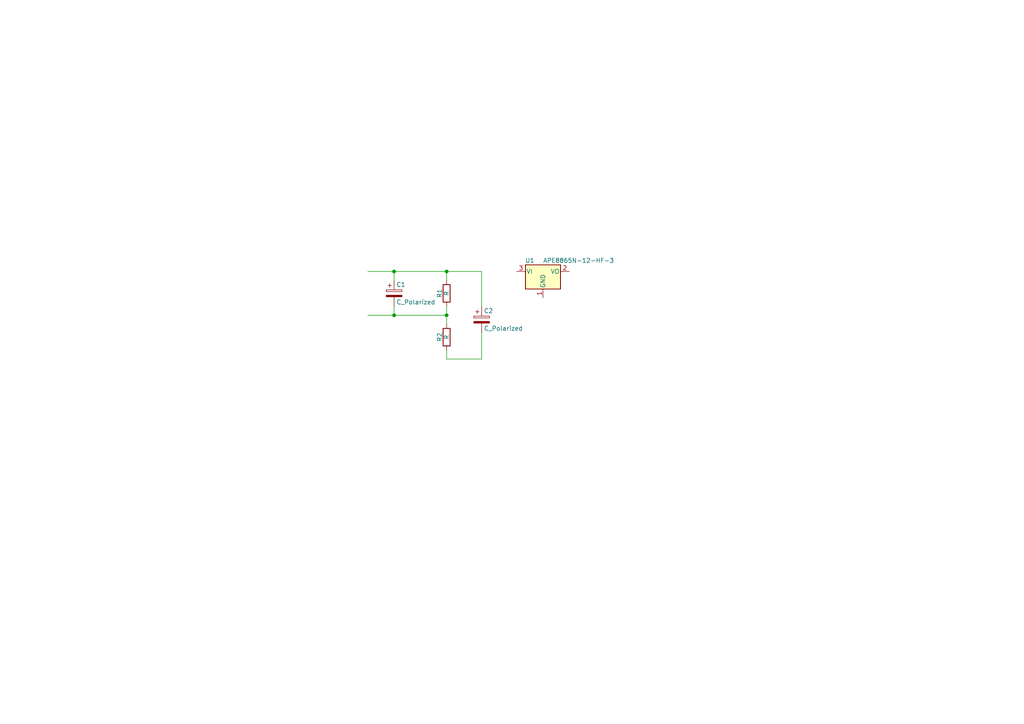
<source format=kicad_sch>
(kicad_sch (version 20230409) (generator eeschema)
  (paper "A4")
  (lib_symbols
    (symbol "Device:C_Polarized" (pin_numbers hide) (pin_names (offset 0.254))
      (property "Reference" "C" (at 0.635 2.54 0))
      (property "Value" "C_Polarized" (at 0.635 -2.54 0))
      (symbol "C_Polarized_0_1"
        (rectangle (start -2.286 0.508) (end 2.286 1.016))
        (polyline (pts (xy -1.778 2.286) (xy -0.762 2.286)))
        (polyline (pts (xy -1.27 2.794) (xy -1.27 1.778)))
        (rectangle (start 2.286 -0.508) (end -2.286 -1.016) (fill (type outline)))
      )
      (symbol "C_Polarized_1_1"
        (pin passive line (at 0 3.81 270) (length 2.794) (name "~") (number "1"))
        (pin passive line (at 0 -3.81 90) (length 2.794) (name "~") (number "2"))
      )
    )
    (symbol "Device:R" (pin_numbers hide) (pin_names (offset 0))
      (property "Reference" "R" (at 2.032 0 90))
      (property "Value" "R" (at 0 0 90))
      (symbol "R_0_1"
        (rectangle (start -1.016 -2.54) (end 1.016 2.54) (stroke (width 0.254)))
      )
      (symbol "R_1_1"
        (pin passive line (at 0 3.81 270) (length 1.27) (name "~") (number "1"))
        (pin passive line (at 0 -3.81 90) (length 1.27) (name "~") (number "2"))
      )
    )
    (symbol "Regulator_Linear:APE8865N-12-HF-3" (pin_names (offset 0.254))
      (property "Reference" "U" (at -3.81 3.175 0))
      (property "Value" "APE8865N-12-HF-3" (at 0 3.175 0))
      (symbol "APE8865N-12-HF-3_0_1"
        (rectangle (start -5.08 1.905) (end 5.08 -5.08) (stroke (width 0.254)) (fill (type background)))
      )
      (symbol "APE8865N-12-HF-3_1_1"
        (pin power_in line (at 0 -7.62 90) (length 2.54) (name "GND") (number "1"))
        (pin power_out line (at 7.62 0 180) (length 2.54) (name "VO") (number "2"))
        (pin power_in line (at -7.62 0 0) (length 2.54) (name "VI") (number "3"))
      )
    )
  )
  (junction (at 114.3 78.74))
  (junction (at 129.54 91.44))
  (junction (at 129.54 78.74))
  (junction (at 114.3 91.44))
  (wire (pts (xy 129.54 78.74) (xy 129.54 81.28)))
  (wire (pts (xy 129.54 88.9) (xy 129.54 91.44)))
  (wire (pts (xy 114.3 88.9) (xy 114.3 91.44)))
  (wire (pts (xy 106.68 91.44) (xy 114.3 91.44)))
  (wire (pts (xy 129.54 78.74) (xy 139.7 78.74)))
  (wire (pts (xy 139.7 78.74) (xy 139.7 88.9)))
  (wire (pts (xy 139.7 96.52) (xy 139.7 104.14)))
  (wire (pts (xy 106.68 78.74) (xy 114.3 78.74)))
  (wire (pts (xy 129.54 104.14) (xy 139.7 104.14)))
  (wire (pts (xy 129.54 101.6) (xy 129.54 104.14)))
  (wire (pts (xy 114.3 78.74) (xy 114.3 81.28)))
  (wire (pts (xy 129.54 91.44) (xy 129.54 93.98)))
  (wire (pts (xy 114.3 78.74) (xy 129.54 78.74)))
  (wire (pts (xy 114.3 91.44) (xy 129.54 91.44)))
  (symbol (lib_id "Device:C_Polarized") (at 114.3 85.09 0) (unit 1)
    (property "Reference" "C1" (at 114.935 82.55 0) (effects (justify left)))
    (property "Value" "C_Polarized" (at 114.935 87.63 0) (effects (justify left)))
  )
  (symbol (lib_id "Device:R") (at 129.54 85.09 180) (unit 1)
    (property "Reference" "R1" (at 127.508 85.09 90))
    (property "Value" "R" (at 129.54 85.09 90))
  )
  (symbol (lib_id "Device:R") (at 129.54 97.79 180) (unit 1)
    (property "Reference" "R2" (at 127.508 97.79 90))
    (property "Value" "R" (at 129.54 97.79 90))
  )
  (symbol (lib_id "Regulator_Linear:APE8865N-12-HF-3") (at 157.48 78.74 0) (unit 1)
    (property "Reference" "U1" (at 153.67 75.565 0))
    (property "Value" "APE8865N-12-HF-3" (at 157.48 75.565 0) (effects (justify left)))
    (property "Footprint" "Package_TO_SOT_SMD:SOT-23" (effects hide))
    (property "Datasheet" "http://www.tme.eu/fr/Document/ced3461ed31ea70a3c416fb648e0cde7/APE8865-3.pdf" (effects hide))
  )
  (symbol (lib_id "Device:C_Polarized") (at 139.7 92.71 0) (unit 1)
    (property "Reference" "C2" (at 140.335 90.17 0) (effects (justify left)))
    (property "Value" "C_Polarized" (at 140.335 95.25 0) (effects (justify left)))
  )
)
</source>
